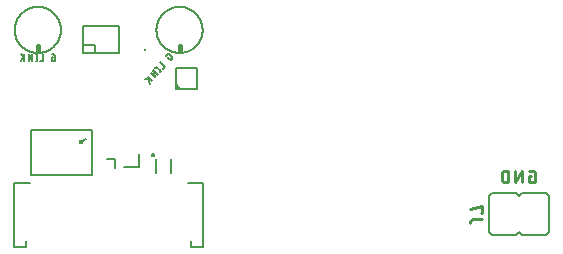
<source format=gbo>
G75*
%MOIN*%
%OFA0B0*%
%FSLAX25Y25*%
%IPPOS*%
%LPD*%
%AMOC8*
5,1,8,0,0,1.08239X$1,22.5*
%
%ADD10C,0.00787*%
%ADD11C,0.01575*%
%ADD12C,0.00600*%
%ADD13C,0.00900*%
%ADD14C,0.00787*%
%ADD15C,0.00500*%
%ADD16C,0.01761*%
D10*
X0166659Y0119425D02*
X0166661Y0119614D01*
X0166668Y0119802D01*
X0166680Y0119990D01*
X0166696Y0120178D01*
X0166717Y0120366D01*
X0166742Y0120553D01*
X0166772Y0120739D01*
X0166807Y0120925D01*
X0166846Y0121109D01*
X0166889Y0121293D01*
X0166937Y0121475D01*
X0166990Y0121656D01*
X0167047Y0121836D01*
X0167108Y0122015D01*
X0167174Y0122192D01*
X0167244Y0122367D01*
X0167318Y0122540D01*
X0167397Y0122712D01*
X0167480Y0122881D01*
X0167567Y0123049D01*
X0167658Y0123214D01*
X0167753Y0123377D01*
X0167852Y0123538D01*
X0167954Y0123696D01*
X0168061Y0123851D01*
X0168172Y0124004D01*
X0168286Y0124154D01*
X0168404Y0124302D01*
X0168525Y0124446D01*
X0168650Y0124587D01*
X0168779Y0124725D01*
X0168910Y0124861D01*
X0169046Y0124992D01*
X0169184Y0125121D01*
X0169325Y0125246D01*
X0169469Y0125367D01*
X0169617Y0125485D01*
X0169767Y0125599D01*
X0169920Y0125710D01*
X0170075Y0125817D01*
X0170233Y0125919D01*
X0170394Y0126018D01*
X0170557Y0126113D01*
X0170722Y0126204D01*
X0170890Y0126291D01*
X0171059Y0126374D01*
X0171231Y0126453D01*
X0171404Y0126527D01*
X0171579Y0126597D01*
X0171756Y0126663D01*
X0171935Y0126724D01*
X0172115Y0126781D01*
X0172296Y0126834D01*
X0172478Y0126882D01*
X0172662Y0126925D01*
X0172846Y0126964D01*
X0173032Y0126999D01*
X0173218Y0127029D01*
X0173405Y0127054D01*
X0173593Y0127075D01*
X0173781Y0127091D01*
X0173969Y0127103D01*
X0174157Y0127110D01*
X0174346Y0127112D01*
X0174535Y0127110D01*
X0174723Y0127103D01*
X0174911Y0127091D01*
X0175099Y0127075D01*
X0175287Y0127054D01*
X0175474Y0127029D01*
X0175660Y0126999D01*
X0175846Y0126964D01*
X0176030Y0126925D01*
X0176214Y0126882D01*
X0176396Y0126834D01*
X0176577Y0126781D01*
X0176757Y0126724D01*
X0176936Y0126663D01*
X0177113Y0126597D01*
X0177288Y0126527D01*
X0177461Y0126453D01*
X0177633Y0126374D01*
X0177802Y0126291D01*
X0177970Y0126204D01*
X0178135Y0126113D01*
X0178298Y0126018D01*
X0178459Y0125919D01*
X0178617Y0125817D01*
X0178772Y0125710D01*
X0178925Y0125599D01*
X0179075Y0125485D01*
X0179223Y0125367D01*
X0179367Y0125246D01*
X0179508Y0125121D01*
X0179646Y0124992D01*
X0179782Y0124861D01*
X0179913Y0124725D01*
X0180042Y0124587D01*
X0180167Y0124446D01*
X0180288Y0124302D01*
X0180406Y0124154D01*
X0180520Y0124004D01*
X0180631Y0123851D01*
X0180738Y0123696D01*
X0180840Y0123538D01*
X0180939Y0123377D01*
X0181034Y0123214D01*
X0181125Y0123049D01*
X0181212Y0122881D01*
X0181295Y0122712D01*
X0181374Y0122540D01*
X0181448Y0122367D01*
X0181518Y0122192D01*
X0181584Y0122015D01*
X0181645Y0121836D01*
X0181702Y0121656D01*
X0181755Y0121475D01*
X0181803Y0121293D01*
X0181846Y0121109D01*
X0181885Y0120925D01*
X0181920Y0120739D01*
X0181950Y0120553D01*
X0181975Y0120366D01*
X0181996Y0120178D01*
X0182012Y0119990D01*
X0182024Y0119802D01*
X0182031Y0119614D01*
X0182033Y0119425D01*
X0182031Y0119236D01*
X0182024Y0119048D01*
X0182012Y0118860D01*
X0181996Y0118672D01*
X0181975Y0118484D01*
X0181950Y0118297D01*
X0181920Y0118111D01*
X0181885Y0117925D01*
X0181846Y0117741D01*
X0181803Y0117557D01*
X0181755Y0117375D01*
X0181702Y0117194D01*
X0181645Y0117014D01*
X0181584Y0116835D01*
X0181518Y0116658D01*
X0181448Y0116483D01*
X0181374Y0116310D01*
X0181295Y0116138D01*
X0181212Y0115969D01*
X0181125Y0115801D01*
X0181034Y0115636D01*
X0180939Y0115473D01*
X0180840Y0115312D01*
X0180738Y0115154D01*
X0180631Y0114999D01*
X0180520Y0114846D01*
X0180406Y0114696D01*
X0180288Y0114548D01*
X0180167Y0114404D01*
X0180042Y0114263D01*
X0179913Y0114125D01*
X0179782Y0113989D01*
X0179646Y0113858D01*
X0179508Y0113729D01*
X0179367Y0113604D01*
X0179223Y0113483D01*
X0179075Y0113365D01*
X0178925Y0113251D01*
X0178772Y0113140D01*
X0178617Y0113033D01*
X0178459Y0112931D01*
X0178298Y0112832D01*
X0178135Y0112737D01*
X0177970Y0112646D01*
X0177802Y0112559D01*
X0177633Y0112476D01*
X0177461Y0112397D01*
X0177288Y0112323D01*
X0177113Y0112253D01*
X0176936Y0112187D01*
X0176757Y0112126D01*
X0176577Y0112069D01*
X0176396Y0112016D01*
X0176214Y0111968D01*
X0176030Y0111925D01*
X0175846Y0111886D01*
X0175660Y0111851D01*
X0175474Y0111821D01*
X0175287Y0111796D01*
X0175099Y0111775D01*
X0174911Y0111759D01*
X0174723Y0111747D01*
X0174535Y0111740D01*
X0174346Y0111738D01*
X0174157Y0111740D01*
X0173969Y0111747D01*
X0173781Y0111759D01*
X0173593Y0111775D01*
X0173405Y0111796D01*
X0173218Y0111821D01*
X0173032Y0111851D01*
X0172846Y0111886D01*
X0172662Y0111925D01*
X0172478Y0111968D01*
X0172296Y0112016D01*
X0172115Y0112069D01*
X0171935Y0112126D01*
X0171756Y0112187D01*
X0171579Y0112253D01*
X0171404Y0112323D01*
X0171231Y0112397D01*
X0171059Y0112476D01*
X0170890Y0112559D01*
X0170722Y0112646D01*
X0170557Y0112737D01*
X0170394Y0112832D01*
X0170233Y0112931D01*
X0170075Y0113033D01*
X0169920Y0113140D01*
X0169767Y0113251D01*
X0169617Y0113365D01*
X0169469Y0113483D01*
X0169325Y0113604D01*
X0169184Y0113729D01*
X0169046Y0113858D01*
X0168910Y0113989D01*
X0168779Y0114125D01*
X0168650Y0114263D01*
X0168525Y0114404D01*
X0168404Y0114548D01*
X0168286Y0114696D01*
X0168172Y0114846D01*
X0168061Y0114999D01*
X0167954Y0115154D01*
X0167852Y0115312D01*
X0167753Y0115473D01*
X0167658Y0115636D01*
X0167567Y0115801D01*
X0167480Y0115969D01*
X0167397Y0116138D01*
X0167318Y0116310D01*
X0167244Y0116483D01*
X0167174Y0116658D01*
X0167108Y0116835D01*
X0167047Y0117014D01*
X0166990Y0117194D01*
X0166937Y0117375D01*
X0166889Y0117557D01*
X0166846Y0117741D01*
X0166807Y0117925D01*
X0166772Y0118111D01*
X0166742Y0118297D01*
X0166717Y0118484D01*
X0166696Y0118672D01*
X0166680Y0118860D01*
X0166668Y0119048D01*
X0166661Y0119236D01*
X0166659Y0119425D01*
X0213904Y0119425D02*
X0213906Y0119614D01*
X0213913Y0119802D01*
X0213925Y0119990D01*
X0213941Y0120178D01*
X0213962Y0120366D01*
X0213987Y0120553D01*
X0214017Y0120739D01*
X0214052Y0120925D01*
X0214091Y0121109D01*
X0214134Y0121293D01*
X0214182Y0121475D01*
X0214235Y0121656D01*
X0214292Y0121836D01*
X0214353Y0122015D01*
X0214419Y0122192D01*
X0214489Y0122367D01*
X0214563Y0122540D01*
X0214642Y0122712D01*
X0214725Y0122881D01*
X0214812Y0123049D01*
X0214903Y0123214D01*
X0214998Y0123377D01*
X0215097Y0123538D01*
X0215199Y0123696D01*
X0215306Y0123851D01*
X0215417Y0124004D01*
X0215531Y0124154D01*
X0215649Y0124302D01*
X0215770Y0124446D01*
X0215895Y0124587D01*
X0216024Y0124725D01*
X0216155Y0124861D01*
X0216291Y0124992D01*
X0216429Y0125121D01*
X0216570Y0125246D01*
X0216714Y0125367D01*
X0216862Y0125485D01*
X0217012Y0125599D01*
X0217165Y0125710D01*
X0217320Y0125817D01*
X0217478Y0125919D01*
X0217639Y0126018D01*
X0217802Y0126113D01*
X0217967Y0126204D01*
X0218135Y0126291D01*
X0218304Y0126374D01*
X0218476Y0126453D01*
X0218649Y0126527D01*
X0218824Y0126597D01*
X0219001Y0126663D01*
X0219180Y0126724D01*
X0219360Y0126781D01*
X0219541Y0126834D01*
X0219723Y0126882D01*
X0219907Y0126925D01*
X0220091Y0126964D01*
X0220277Y0126999D01*
X0220463Y0127029D01*
X0220650Y0127054D01*
X0220838Y0127075D01*
X0221026Y0127091D01*
X0221214Y0127103D01*
X0221402Y0127110D01*
X0221591Y0127112D01*
X0221780Y0127110D01*
X0221968Y0127103D01*
X0222156Y0127091D01*
X0222344Y0127075D01*
X0222532Y0127054D01*
X0222719Y0127029D01*
X0222905Y0126999D01*
X0223091Y0126964D01*
X0223275Y0126925D01*
X0223459Y0126882D01*
X0223641Y0126834D01*
X0223822Y0126781D01*
X0224002Y0126724D01*
X0224181Y0126663D01*
X0224358Y0126597D01*
X0224533Y0126527D01*
X0224706Y0126453D01*
X0224878Y0126374D01*
X0225047Y0126291D01*
X0225215Y0126204D01*
X0225380Y0126113D01*
X0225543Y0126018D01*
X0225704Y0125919D01*
X0225862Y0125817D01*
X0226017Y0125710D01*
X0226170Y0125599D01*
X0226320Y0125485D01*
X0226468Y0125367D01*
X0226612Y0125246D01*
X0226753Y0125121D01*
X0226891Y0124992D01*
X0227027Y0124861D01*
X0227158Y0124725D01*
X0227287Y0124587D01*
X0227412Y0124446D01*
X0227533Y0124302D01*
X0227651Y0124154D01*
X0227765Y0124004D01*
X0227876Y0123851D01*
X0227983Y0123696D01*
X0228085Y0123538D01*
X0228184Y0123377D01*
X0228279Y0123214D01*
X0228370Y0123049D01*
X0228457Y0122881D01*
X0228540Y0122712D01*
X0228619Y0122540D01*
X0228693Y0122367D01*
X0228763Y0122192D01*
X0228829Y0122015D01*
X0228890Y0121836D01*
X0228947Y0121656D01*
X0229000Y0121475D01*
X0229048Y0121293D01*
X0229091Y0121109D01*
X0229130Y0120925D01*
X0229165Y0120739D01*
X0229195Y0120553D01*
X0229220Y0120366D01*
X0229241Y0120178D01*
X0229257Y0119990D01*
X0229269Y0119802D01*
X0229276Y0119614D01*
X0229278Y0119425D01*
X0229276Y0119236D01*
X0229269Y0119048D01*
X0229257Y0118860D01*
X0229241Y0118672D01*
X0229220Y0118484D01*
X0229195Y0118297D01*
X0229165Y0118111D01*
X0229130Y0117925D01*
X0229091Y0117741D01*
X0229048Y0117557D01*
X0229000Y0117375D01*
X0228947Y0117194D01*
X0228890Y0117014D01*
X0228829Y0116835D01*
X0228763Y0116658D01*
X0228693Y0116483D01*
X0228619Y0116310D01*
X0228540Y0116138D01*
X0228457Y0115969D01*
X0228370Y0115801D01*
X0228279Y0115636D01*
X0228184Y0115473D01*
X0228085Y0115312D01*
X0227983Y0115154D01*
X0227876Y0114999D01*
X0227765Y0114846D01*
X0227651Y0114696D01*
X0227533Y0114548D01*
X0227412Y0114404D01*
X0227287Y0114263D01*
X0227158Y0114125D01*
X0227027Y0113989D01*
X0226891Y0113858D01*
X0226753Y0113729D01*
X0226612Y0113604D01*
X0226468Y0113483D01*
X0226320Y0113365D01*
X0226170Y0113251D01*
X0226017Y0113140D01*
X0225862Y0113033D01*
X0225704Y0112931D01*
X0225543Y0112832D01*
X0225380Y0112737D01*
X0225215Y0112646D01*
X0225047Y0112559D01*
X0224878Y0112476D01*
X0224706Y0112397D01*
X0224533Y0112323D01*
X0224358Y0112253D01*
X0224181Y0112187D01*
X0224002Y0112126D01*
X0223822Y0112069D01*
X0223641Y0112016D01*
X0223459Y0111968D01*
X0223275Y0111925D01*
X0223091Y0111886D01*
X0222905Y0111851D01*
X0222719Y0111821D01*
X0222532Y0111796D01*
X0222344Y0111775D01*
X0222156Y0111759D01*
X0221968Y0111747D01*
X0221780Y0111740D01*
X0221591Y0111738D01*
X0221402Y0111740D01*
X0221214Y0111747D01*
X0221026Y0111759D01*
X0220838Y0111775D01*
X0220650Y0111796D01*
X0220463Y0111821D01*
X0220277Y0111851D01*
X0220091Y0111886D01*
X0219907Y0111925D01*
X0219723Y0111968D01*
X0219541Y0112016D01*
X0219360Y0112069D01*
X0219180Y0112126D01*
X0219001Y0112187D01*
X0218824Y0112253D01*
X0218649Y0112323D01*
X0218476Y0112397D01*
X0218304Y0112476D01*
X0218135Y0112559D01*
X0217967Y0112646D01*
X0217802Y0112737D01*
X0217639Y0112832D01*
X0217478Y0112931D01*
X0217320Y0113033D01*
X0217165Y0113140D01*
X0217012Y0113251D01*
X0216862Y0113365D01*
X0216714Y0113483D01*
X0216570Y0113604D01*
X0216429Y0113729D01*
X0216291Y0113858D01*
X0216155Y0113989D01*
X0216024Y0114125D01*
X0215895Y0114263D01*
X0215770Y0114404D01*
X0215649Y0114548D01*
X0215531Y0114696D01*
X0215417Y0114846D01*
X0215306Y0114999D01*
X0215199Y0115154D01*
X0215097Y0115312D01*
X0214998Y0115473D01*
X0214903Y0115636D01*
X0214812Y0115801D01*
X0214725Y0115969D01*
X0214642Y0116138D01*
X0214563Y0116310D01*
X0214489Y0116483D01*
X0214419Y0116658D01*
X0214353Y0116835D01*
X0214292Y0117014D01*
X0214235Y0117194D01*
X0214182Y0117375D01*
X0214134Y0117557D01*
X0214091Y0117741D01*
X0214052Y0117925D01*
X0214017Y0118111D01*
X0213987Y0118297D01*
X0213962Y0118484D01*
X0213941Y0118672D01*
X0213925Y0118860D01*
X0213913Y0119048D01*
X0213906Y0119236D01*
X0213904Y0119425D01*
D11*
X0221591Y0113913D02*
X0221591Y0112339D01*
X0174346Y0112339D02*
X0174346Y0113913D01*
D12*
X0174246Y0111251D02*
X0173767Y0111251D01*
X0174007Y0111251D02*
X0174007Y0109095D01*
X0174246Y0109095D02*
X0173767Y0109095D01*
X0172539Y0109095D02*
X0172539Y0111251D01*
X0171341Y0109095D01*
X0171341Y0111251D01*
X0169825Y0111251D02*
X0169825Y0109095D01*
X0169825Y0109934D02*
X0168627Y0111251D01*
X0169345Y0110413D02*
X0168627Y0109095D01*
X0175209Y0109095D02*
X0176167Y0109095D01*
X0176167Y0111251D01*
X0178947Y0111251D02*
X0179666Y0111251D01*
X0179708Y0111249D01*
X0179749Y0111244D01*
X0179790Y0111235D01*
X0179830Y0111222D01*
X0179868Y0111206D01*
X0179906Y0111187D01*
X0179941Y0111164D01*
X0179974Y0111139D01*
X0180005Y0111111D01*
X0180033Y0111080D01*
X0180058Y0111047D01*
X0180081Y0111012D01*
X0180100Y0110974D01*
X0180116Y0110936D01*
X0180129Y0110896D01*
X0180138Y0110855D01*
X0180143Y0110814D01*
X0180145Y0110772D01*
X0180145Y0109574D01*
X0180143Y0109532D01*
X0180138Y0109491D01*
X0180129Y0109450D01*
X0180116Y0109410D01*
X0180100Y0109372D01*
X0180081Y0109335D01*
X0180058Y0109299D01*
X0180033Y0109266D01*
X0180005Y0109235D01*
X0179974Y0109207D01*
X0179941Y0109182D01*
X0179906Y0109159D01*
X0179868Y0109140D01*
X0179830Y0109124D01*
X0179790Y0109111D01*
X0179749Y0109102D01*
X0179708Y0109097D01*
X0179666Y0109095D01*
X0178947Y0109095D01*
X0178947Y0110293D01*
X0179306Y0110293D01*
X0210137Y0102976D02*
X0211918Y0102991D01*
X0211241Y0102953D02*
X0211745Y0101539D01*
X0212543Y0102432D02*
X0210936Y0103869D01*
X0211946Y0105000D02*
X0213554Y0103563D01*
X0212745Y0105893D01*
X0214352Y0104456D01*
X0215171Y0105371D02*
X0215490Y0105729D01*
X0215330Y0105550D02*
X0213723Y0106987D01*
X0213564Y0106808D02*
X0213883Y0107166D01*
X0215163Y0108598D02*
X0216771Y0107161D01*
X0216132Y0106446D01*
X0218623Y0109233D02*
X0217731Y0110031D01*
X0217970Y0110299D01*
X0218171Y0111243D02*
X0218139Y0111270D01*
X0218104Y0111293D01*
X0218068Y0111314D01*
X0218030Y0111331D01*
X0217990Y0111345D01*
X0217950Y0111355D01*
X0217909Y0111362D01*
X0217867Y0111365D01*
X0217825Y0111364D01*
X0217784Y0111360D01*
X0217743Y0111352D01*
X0217702Y0111341D01*
X0217663Y0111326D01*
X0217626Y0111308D01*
X0217590Y0111287D01*
X0217556Y0111262D01*
X0217524Y0111235D01*
X0217495Y0111205D01*
X0217495Y0111206D02*
X0217016Y0110670D01*
X0218172Y0111244D02*
X0219065Y0110445D01*
X0219064Y0110445D02*
X0219094Y0110416D01*
X0219121Y0110384D01*
X0219146Y0110350D01*
X0219167Y0110314D01*
X0219185Y0110277D01*
X0219200Y0110238D01*
X0219211Y0110197D01*
X0219219Y0110156D01*
X0219223Y0110115D01*
X0219224Y0110073D01*
X0219221Y0110031D01*
X0219214Y0109990D01*
X0219204Y0109950D01*
X0219190Y0109910D01*
X0219173Y0109872D01*
X0219152Y0109836D01*
X0219129Y0109801D01*
X0219102Y0109769D01*
X0218623Y0109233D01*
X0324661Y0064205D02*
X0324661Y0052205D01*
X0325661Y0051205D01*
X0333661Y0051205D01*
X0334661Y0052205D01*
X0335661Y0051205D01*
X0343661Y0051205D01*
X0344661Y0052205D01*
X0344661Y0064205D01*
X0343661Y0065205D01*
X0335661Y0065205D01*
X0334661Y0064205D01*
X0333661Y0065205D01*
X0325661Y0065205D01*
X0324661Y0064205D01*
D13*
X0322361Y0060633D02*
X0318537Y0059570D01*
X0319386Y0056268D02*
X0322361Y0056268D01*
X0322361Y0058508D02*
X0322361Y0060633D01*
X0322361Y0058508D02*
X0321936Y0058508D01*
X0319386Y0056268D02*
X0319330Y0056266D01*
X0319275Y0056261D01*
X0319220Y0056252D01*
X0319166Y0056239D01*
X0319113Y0056223D01*
X0319061Y0056203D01*
X0319010Y0056180D01*
X0318961Y0056154D01*
X0318914Y0056125D01*
X0318869Y0056092D01*
X0318826Y0056057D01*
X0318785Y0056019D01*
X0318747Y0055978D01*
X0318712Y0055935D01*
X0318679Y0055890D01*
X0318650Y0055843D01*
X0318624Y0055794D01*
X0318601Y0055743D01*
X0318581Y0055691D01*
X0318565Y0055638D01*
X0318552Y0055584D01*
X0318543Y0055529D01*
X0318538Y0055474D01*
X0318536Y0055418D01*
X0318537Y0055418D02*
X0318537Y0054993D01*
X0330087Y0068576D02*
X0331149Y0068576D01*
X0331149Y0072400D01*
X0330087Y0072400D01*
X0330023Y0072398D01*
X0329959Y0072392D01*
X0329896Y0072383D01*
X0329833Y0072369D01*
X0329771Y0072352D01*
X0329710Y0072331D01*
X0329651Y0072306D01*
X0329593Y0072278D01*
X0329538Y0072247D01*
X0329484Y0072212D01*
X0329432Y0072174D01*
X0329383Y0072133D01*
X0329336Y0072089D01*
X0329292Y0072042D01*
X0329251Y0071993D01*
X0329213Y0071941D01*
X0329178Y0071887D01*
X0329147Y0071832D01*
X0329119Y0071774D01*
X0329094Y0071715D01*
X0329073Y0071654D01*
X0329056Y0071592D01*
X0329042Y0071529D01*
X0329033Y0071466D01*
X0329027Y0071402D01*
X0329025Y0071338D01*
X0329024Y0071338D02*
X0329024Y0069638D01*
X0329025Y0069638D02*
X0329027Y0069574D01*
X0329033Y0069510D01*
X0329042Y0069447D01*
X0329056Y0069384D01*
X0329073Y0069322D01*
X0329094Y0069261D01*
X0329119Y0069202D01*
X0329147Y0069144D01*
X0329178Y0069089D01*
X0329213Y0069035D01*
X0329251Y0068983D01*
X0329292Y0068934D01*
X0329336Y0068887D01*
X0329383Y0068843D01*
X0329432Y0068802D01*
X0329484Y0068764D01*
X0329538Y0068729D01*
X0329593Y0068698D01*
X0329651Y0068670D01*
X0329710Y0068645D01*
X0329771Y0068624D01*
X0329833Y0068607D01*
X0329896Y0068593D01*
X0329959Y0068584D01*
X0330023Y0068578D01*
X0330087Y0068576D01*
X0333560Y0068576D02*
X0333560Y0072400D01*
X0335684Y0072400D02*
X0333560Y0068576D01*
X0335684Y0068576D02*
X0335684Y0072400D01*
X0338095Y0072400D02*
X0339370Y0072400D01*
X0339370Y0072401D02*
X0339428Y0072399D01*
X0339486Y0072393D01*
X0339543Y0072383D01*
X0339599Y0072369D01*
X0339655Y0072352D01*
X0339709Y0072331D01*
X0339761Y0072306D01*
X0339812Y0072277D01*
X0339860Y0072245D01*
X0339906Y0072210D01*
X0339950Y0072172D01*
X0339991Y0072131D01*
X0340029Y0072087D01*
X0340064Y0072041D01*
X0340096Y0071993D01*
X0340125Y0071942D01*
X0340150Y0071890D01*
X0340171Y0071836D01*
X0340188Y0071780D01*
X0340202Y0071724D01*
X0340212Y0071667D01*
X0340218Y0071609D01*
X0340220Y0071551D01*
X0340220Y0069426D01*
X0340218Y0069370D01*
X0340213Y0069315D01*
X0340204Y0069260D01*
X0340191Y0069206D01*
X0340175Y0069153D01*
X0340155Y0069101D01*
X0340132Y0069050D01*
X0340106Y0069001D01*
X0340077Y0068954D01*
X0340044Y0068909D01*
X0340009Y0068866D01*
X0339971Y0068825D01*
X0339930Y0068787D01*
X0339887Y0068752D01*
X0339842Y0068719D01*
X0339795Y0068690D01*
X0339746Y0068664D01*
X0339695Y0068641D01*
X0339643Y0068621D01*
X0339590Y0068605D01*
X0339536Y0068592D01*
X0339481Y0068583D01*
X0339426Y0068578D01*
X0339370Y0068576D01*
X0338095Y0068576D01*
X0338095Y0070701D01*
X0338733Y0070701D01*
D14*
X0209976Y0112575D03*
D15*
X0170409Y0046984D02*
X0166472Y0046984D01*
X0166472Y0068244D01*
X0171591Y0068244D01*
X0171984Y0071000D02*
X0192457Y0071000D01*
X0192457Y0085961D01*
X0171984Y0085961D01*
X0171984Y0071000D01*
X0188913Y0082024D02*
X0190488Y0083205D01*
X0197457Y0076236D02*
X0200213Y0076236D01*
X0200213Y0073480D01*
X0203087Y0073756D02*
X0208205Y0073756D01*
X0208205Y0078087D01*
X0212535Y0077693D02*
X0212537Y0077720D01*
X0212543Y0077747D01*
X0212552Y0077773D01*
X0212565Y0077797D01*
X0212581Y0077820D01*
X0212600Y0077839D01*
X0212622Y0077856D01*
X0212646Y0077870D01*
X0212671Y0077880D01*
X0212698Y0077887D01*
X0212725Y0077890D01*
X0212753Y0077889D01*
X0212780Y0077884D01*
X0212806Y0077876D01*
X0212830Y0077864D01*
X0212853Y0077848D01*
X0212874Y0077830D01*
X0212891Y0077809D01*
X0212906Y0077785D01*
X0212917Y0077760D01*
X0212925Y0077734D01*
X0212929Y0077707D01*
X0212929Y0077679D01*
X0212925Y0077652D01*
X0212917Y0077626D01*
X0212906Y0077601D01*
X0212891Y0077577D01*
X0212874Y0077556D01*
X0212853Y0077538D01*
X0212831Y0077522D01*
X0212806Y0077510D01*
X0212780Y0077502D01*
X0212753Y0077497D01*
X0212725Y0077496D01*
X0212698Y0077499D01*
X0212671Y0077506D01*
X0212646Y0077516D01*
X0212622Y0077530D01*
X0212600Y0077547D01*
X0212581Y0077566D01*
X0212565Y0077589D01*
X0212552Y0077613D01*
X0212543Y0077639D01*
X0212537Y0077666D01*
X0212535Y0077693D01*
X0212292Y0077693D02*
X0212294Y0077735D01*
X0212300Y0077776D01*
X0212310Y0077817D01*
X0212324Y0077857D01*
X0212341Y0077895D01*
X0212362Y0077931D01*
X0212386Y0077965D01*
X0212414Y0077997D01*
X0212444Y0078026D01*
X0212477Y0078051D01*
X0212512Y0078074D01*
X0212549Y0078093D01*
X0212588Y0078109D01*
X0212628Y0078121D01*
X0212669Y0078129D01*
X0212711Y0078133D01*
X0212753Y0078133D01*
X0212795Y0078129D01*
X0212836Y0078121D01*
X0212876Y0078109D01*
X0212915Y0078093D01*
X0212952Y0078074D01*
X0212987Y0078051D01*
X0213020Y0078026D01*
X0213050Y0077997D01*
X0213078Y0077965D01*
X0213102Y0077931D01*
X0213123Y0077895D01*
X0213140Y0077857D01*
X0213154Y0077817D01*
X0213164Y0077776D01*
X0213170Y0077735D01*
X0213172Y0077693D01*
X0213170Y0077651D01*
X0213164Y0077610D01*
X0213154Y0077569D01*
X0213140Y0077529D01*
X0213123Y0077491D01*
X0213102Y0077455D01*
X0213078Y0077421D01*
X0213050Y0077389D01*
X0213020Y0077360D01*
X0212987Y0077335D01*
X0212952Y0077312D01*
X0212915Y0077293D01*
X0212876Y0077277D01*
X0212836Y0077265D01*
X0212795Y0077257D01*
X0212753Y0077253D01*
X0212711Y0077253D01*
X0212669Y0077257D01*
X0212628Y0077265D01*
X0212588Y0077277D01*
X0212549Y0077293D01*
X0212512Y0077312D01*
X0212477Y0077335D01*
X0212444Y0077360D01*
X0212414Y0077389D01*
X0212386Y0077421D01*
X0212362Y0077455D01*
X0212341Y0077491D01*
X0212324Y0077529D01*
X0212310Y0077569D01*
X0212300Y0077610D01*
X0212294Y0077651D01*
X0212292Y0077693D01*
X0212732Y0077693D02*
X0212732Y0077496D01*
X0213717Y0076315D02*
X0213717Y0071591D01*
X0218835Y0071591D02*
X0218835Y0076315D01*
X0224346Y0068244D02*
X0229465Y0068244D01*
X0229465Y0046984D01*
X0225528Y0046984D01*
X0225528Y0048953D01*
X0170409Y0048953D02*
X0170409Y0046984D01*
X0220508Y0099839D02*
X0227398Y0099839D01*
X0227398Y0106728D01*
X0220508Y0106728D01*
X0220508Y0099839D01*
X0220528Y0099858D02*
X0220528Y0101236D01*
X0221906Y0099858D01*
X0220528Y0099858D01*
X0220528Y0100274D02*
X0221490Y0100274D01*
X0220991Y0100772D02*
X0220528Y0100772D01*
X0201315Y0111748D02*
X0201315Y0120803D01*
X0189504Y0120803D01*
X0189504Y0114504D01*
X0193441Y0114504D01*
X0193441Y0111748D01*
X0201315Y0111748D01*
X0193441Y0111748D02*
X0189504Y0111748D01*
X0189504Y0114504D01*
D16*
X0188913Y0082024D03*
M02*

</source>
